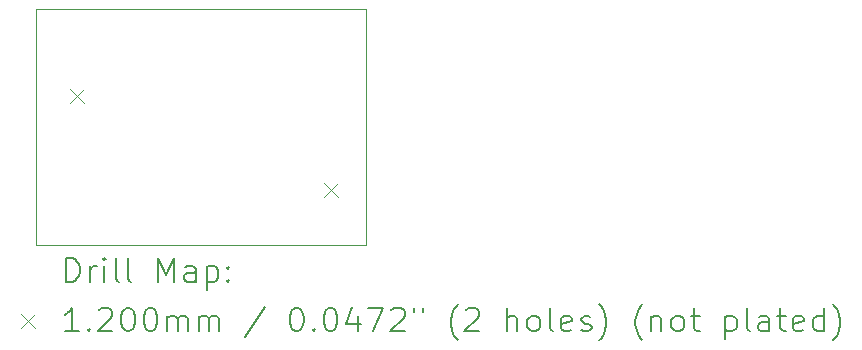
<source format=gbr>
%TF.GenerationSoftware,KiCad,Pcbnew,9.0.4*%
%TF.CreationDate,2025-12-21T16:37:19-05:00*%
%TF.ProjectId,TC_shuwen,54435f73-6875-4776-956e-2e6b69636164,rev?*%
%TF.SameCoordinates,Original*%
%TF.FileFunction,Drillmap*%
%TF.FilePolarity,Positive*%
%FSLAX45Y45*%
G04 Gerber Fmt 4.5, Leading zero omitted, Abs format (unit mm)*
G04 Created by KiCad (PCBNEW 9.0.4) date 2025-12-21 16:37:19*
%MOMM*%
%LPD*%
G01*
G04 APERTURE LIST*
%ADD10C,0.050000*%
%ADD11C,0.200000*%
%ADD12C,0.120000*%
G04 APERTURE END LIST*
D10*
X11900000Y-8900000D02*
X11900000Y-6900000D01*
X14700000Y-8900000D02*
X14700000Y-6900000D01*
X14700000Y-6900000D02*
X11900000Y-6900000D01*
X14700000Y-8900000D02*
X11900000Y-8900000D01*
D11*
D12*
X12190000Y-7580000D02*
X12310000Y-7700000D01*
X12310000Y-7580000D02*
X12190000Y-7700000D01*
X14340000Y-8375000D02*
X14460000Y-8495000D01*
X14460000Y-8375000D02*
X14340000Y-8495000D01*
D11*
X12158277Y-9213984D02*
X12158277Y-9013984D01*
X12158277Y-9013984D02*
X12205896Y-9013984D01*
X12205896Y-9013984D02*
X12234467Y-9023508D01*
X12234467Y-9023508D02*
X12253515Y-9042555D01*
X12253515Y-9042555D02*
X12263039Y-9061603D01*
X12263039Y-9061603D02*
X12272562Y-9099698D01*
X12272562Y-9099698D02*
X12272562Y-9128270D01*
X12272562Y-9128270D02*
X12263039Y-9166365D01*
X12263039Y-9166365D02*
X12253515Y-9185412D01*
X12253515Y-9185412D02*
X12234467Y-9204460D01*
X12234467Y-9204460D02*
X12205896Y-9213984D01*
X12205896Y-9213984D02*
X12158277Y-9213984D01*
X12358277Y-9213984D02*
X12358277Y-9080650D01*
X12358277Y-9118746D02*
X12367801Y-9099698D01*
X12367801Y-9099698D02*
X12377324Y-9090174D01*
X12377324Y-9090174D02*
X12396372Y-9080650D01*
X12396372Y-9080650D02*
X12415420Y-9080650D01*
X12482086Y-9213984D02*
X12482086Y-9080650D01*
X12482086Y-9013984D02*
X12472562Y-9023508D01*
X12472562Y-9023508D02*
X12482086Y-9033031D01*
X12482086Y-9033031D02*
X12491610Y-9023508D01*
X12491610Y-9023508D02*
X12482086Y-9013984D01*
X12482086Y-9013984D02*
X12482086Y-9033031D01*
X12605896Y-9213984D02*
X12586848Y-9204460D01*
X12586848Y-9204460D02*
X12577324Y-9185412D01*
X12577324Y-9185412D02*
X12577324Y-9013984D01*
X12710658Y-9213984D02*
X12691610Y-9204460D01*
X12691610Y-9204460D02*
X12682086Y-9185412D01*
X12682086Y-9185412D02*
X12682086Y-9013984D01*
X12939229Y-9213984D02*
X12939229Y-9013984D01*
X12939229Y-9013984D02*
X13005896Y-9156841D01*
X13005896Y-9156841D02*
X13072562Y-9013984D01*
X13072562Y-9013984D02*
X13072562Y-9213984D01*
X13253515Y-9213984D02*
X13253515Y-9109222D01*
X13253515Y-9109222D02*
X13243991Y-9090174D01*
X13243991Y-9090174D02*
X13224943Y-9080650D01*
X13224943Y-9080650D02*
X13186848Y-9080650D01*
X13186848Y-9080650D02*
X13167801Y-9090174D01*
X13253515Y-9204460D02*
X13234467Y-9213984D01*
X13234467Y-9213984D02*
X13186848Y-9213984D01*
X13186848Y-9213984D02*
X13167801Y-9204460D01*
X13167801Y-9204460D02*
X13158277Y-9185412D01*
X13158277Y-9185412D02*
X13158277Y-9166365D01*
X13158277Y-9166365D02*
X13167801Y-9147317D01*
X13167801Y-9147317D02*
X13186848Y-9137793D01*
X13186848Y-9137793D02*
X13234467Y-9137793D01*
X13234467Y-9137793D02*
X13253515Y-9128270D01*
X13348753Y-9080650D02*
X13348753Y-9280650D01*
X13348753Y-9090174D02*
X13367801Y-9080650D01*
X13367801Y-9080650D02*
X13405896Y-9080650D01*
X13405896Y-9080650D02*
X13424943Y-9090174D01*
X13424943Y-9090174D02*
X13434467Y-9099698D01*
X13434467Y-9099698D02*
X13443991Y-9118746D01*
X13443991Y-9118746D02*
X13443991Y-9175889D01*
X13443991Y-9175889D02*
X13434467Y-9194936D01*
X13434467Y-9194936D02*
X13424943Y-9204460D01*
X13424943Y-9204460D02*
X13405896Y-9213984D01*
X13405896Y-9213984D02*
X13367801Y-9213984D01*
X13367801Y-9213984D02*
X13348753Y-9204460D01*
X13529705Y-9194936D02*
X13539229Y-9204460D01*
X13539229Y-9204460D02*
X13529705Y-9213984D01*
X13529705Y-9213984D02*
X13520182Y-9204460D01*
X13520182Y-9204460D02*
X13529705Y-9194936D01*
X13529705Y-9194936D02*
X13529705Y-9213984D01*
X13529705Y-9090174D02*
X13539229Y-9099698D01*
X13539229Y-9099698D02*
X13529705Y-9109222D01*
X13529705Y-9109222D02*
X13520182Y-9099698D01*
X13520182Y-9099698D02*
X13529705Y-9090174D01*
X13529705Y-9090174D02*
X13529705Y-9109222D01*
D12*
X11777500Y-9482500D02*
X11897500Y-9602500D01*
X11897500Y-9482500D02*
X11777500Y-9602500D01*
D11*
X12263039Y-9633984D02*
X12148753Y-9633984D01*
X12205896Y-9633984D02*
X12205896Y-9433984D01*
X12205896Y-9433984D02*
X12186848Y-9462555D01*
X12186848Y-9462555D02*
X12167801Y-9481603D01*
X12167801Y-9481603D02*
X12148753Y-9491127D01*
X12348753Y-9614936D02*
X12358277Y-9624460D01*
X12358277Y-9624460D02*
X12348753Y-9633984D01*
X12348753Y-9633984D02*
X12339229Y-9624460D01*
X12339229Y-9624460D02*
X12348753Y-9614936D01*
X12348753Y-9614936D02*
X12348753Y-9633984D01*
X12434467Y-9453031D02*
X12443991Y-9443508D01*
X12443991Y-9443508D02*
X12463039Y-9433984D01*
X12463039Y-9433984D02*
X12510658Y-9433984D01*
X12510658Y-9433984D02*
X12529705Y-9443508D01*
X12529705Y-9443508D02*
X12539229Y-9453031D01*
X12539229Y-9453031D02*
X12548753Y-9472079D01*
X12548753Y-9472079D02*
X12548753Y-9491127D01*
X12548753Y-9491127D02*
X12539229Y-9519698D01*
X12539229Y-9519698D02*
X12424943Y-9633984D01*
X12424943Y-9633984D02*
X12548753Y-9633984D01*
X12672562Y-9433984D02*
X12691610Y-9433984D01*
X12691610Y-9433984D02*
X12710658Y-9443508D01*
X12710658Y-9443508D02*
X12720182Y-9453031D01*
X12720182Y-9453031D02*
X12729705Y-9472079D01*
X12729705Y-9472079D02*
X12739229Y-9510174D01*
X12739229Y-9510174D02*
X12739229Y-9557793D01*
X12739229Y-9557793D02*
X12729705Y-9595889D01*
X12729705Y-9595889D02*
X12720182Y-9614936D01*
X12720182Y-9614936D02*
X12710658Y-9624460D01*
X12710658Y-9624460D02*
X12691610Y-9633984D01*
X12691610Y-9633984D02*
X12672562Y-9633984D01*
X12672562Y-9633984D02*
X12653515Y-9624460D01*
X12653515Y-9624460D02*
X12643991Y-9614936D01*
X12643991Y-9614936D02*
X12634467Y-9595889D01*
X12634467Y-9595889D02*
X12624943Y-9557793D01*
X12624943Y-9557793D02*
X12624943Y-9510174D01*
X12624943Y-9510174D02*
X12634467Y-9472079D01*
X12634467Y-9472079D02*
X12643991Y-9453031D01*
X12643991Y-9453031D02*
X12653515Y-9443508D01*
X12653515Y-9443508D02*
X12672562Y-9433984D01*
X12863039Y-9433984D02*
X12882086Y-9433984D01*
X12882086Y-9433984D02*
X12901134Y-9443508D01*
X12901134Y-9443508D02*
X12910658Y-9453031D01*
X12910658Y-9453031D02*
X12920182Y-9472079D01*
X12920182Y-9472079D02*
X12929705Y-9510174D01*
X12929705Y-9510174D02*
X12929705Y-9557793D01*
X12929705Y-9557793D02*
X12920182Y-9595889D01*
X12920182Y-9595889D02*
X12910658Y-9614936D01*
X12910658Y-9614936D02*
X12901134Y-9624460D01*
X12901134Y-9624460D02*
X12882086Y-9633984D01*
X12882086Y-9633984D02*
X12863039Y-9633984D01*
X12863039Y-9633984D02*
X12843991Y-9624460D01*
X12843991Y-9624460D02*
X12834467Y-9614936D01*
X12834467Y-9614936D02*
X12824943Y-9595889D01*
X12824943Y-9595889D02*
X12815420Y-9557793D01*
X12815420Y-9557793D02*
X12815420Y-9510174D01*
X12815420Y-9510174D02*
X12824943Y-9472079D01*
X12824943Y-9472079D02*
X12834467Y-9453031D01*
X12834467Y-9453031D02*
X12843991Y-9443508D01*
X12843991Y-9443508D02*
X12863039Y-9433984D01*
X13015420Y-9633984D02*
X13015420Y-9500650D01*
X13015420Y-9519698D02*
X13024943Y-9510174D01*
X13024943Y-9510174D02*
X13043991Y-9500650D01*
X13043991Y-9500650D02*
X13072563Y-9500650D01*
X13072563Y-9500650D02*
X13091610Y-9510174D01*
X13091610Y-9510174D02*
X13101134Y-9529222D01*
X13101134Y-9529222D02*
X13101134Y-9633984D01*
X13101134Y-9529222D02*
X13110658Y-9510174D01*
X13110658Y-9510174D02*
X13129705Y-9500650D01*
X13129705Y-9500650D02*
X13158277Y-9500650D01*
X13158277Y-9500650D02*
X13177324Y-9510174D01*
X13177324Y-9510174D02*
X13186848Y-9529222D01*
X13186848Y-9529222D02*
X13186848Y-9633984D01*
X13282086Y-9633984D02*
X13282086Y-9500650D01*
X13282086Y-9519698D02*
X13291610Y-9510174D01*
X13291610Y-9510174D02*
X13310658Y-9500650D01*
X13310658Y-9500650D02*
X13339229Y-9500650D01*
X13339229Y-9500650D02*
X13358277Y-9510174D01*
X13358277Y-9510174D02*
X13367801Y-9529222D01*
X13367801Y-9529222D02*
X13367801Y-9633984D01*
X13367801Y-9529222D02*
X13377324Y-9510174D01*
X13377324Y-9510174D02*
X13396372Y-9500650D01*
X13396372Y-9500650D02*
X13424943Y-9500650D01*
X13424943Y-9500650D02*
X13443991Y-9510174D01*
X13443991Y-9510174D02*
X13453515Y-9529222D01*
X13453515Y-9529222D02*
X13453515Y-9633984D01*
X13843991Y-9424460D02*
X13672563Y-9681603D01*
X14101134Y-9433984D02*
X14120182Y-9433984D01*
X14120182Y-9433984D02*
X14139229Y-9443508D01*
X14139229Y-9443508D02*
X14148753Y-9453031D01*
X14148753Y-9453031D02*
X14158277Y-9472079D01*
X14158277Y-9472079D02*
X14167801Y-9510174D01*
X14167801Y-9510174D02*
X14167801Y-9557793D01*
X14167801Y-9557793D02*
X14158277Y-9595889D01*
X14158277Y-9595889D02*
X14148753Y-9614936D01*
X14148753Y-9614936D02*
X14139229Y-9624460D01*
X14139229Y-9624460D02*
X14120182Y-9633984D01*
X14120182Y-9633984D02*
X14101134Y-9633984D01*
X14101134Y-9633984D02*
X14082086Y-9624460D01*
X14082086Y-9624460D02*
X14072563Y-9614936D01*
X14072563Y-9614936D02*
X14063039Y-9595889D01*
X14063039Y-9595889D02*
X14053515Y-9557793D01*
X14053515Y-9557793D02*
X14053515Y-9510174D01*
X14053515Y-9510174D02*
X14063039Y-9472079D01*
X14063039Y-9472079D02*
X14072563Y-9453031D01*
X14072563Y-9453031D02*
X14082086Y-9443508D01*
X14082086Y-9443508D02*
X14101134Y-9433984D01*
X14253515Y-9614936D02*
X14263039Y-9624460D01*
X14263039Y-9624460D02*
X14253515Y-9633984D01*
X14253515Y-9633984D02*
X14243991Y-9624460D01*
X14243991Y-9624460D02*
X14253515Y-9614936D01*
X14253515Y-9614936D02*
X14253515Y-9633984D01*
X14386848Y-9433984D02*
X14405896Y-9433984D01*
X14405896Y-9433984D02*
X14424944Y-9443508D01*
X14424944Y-9443508D02*
X14434467Y-9453031D01*
X14434467Y-9453031D02*
X14443991Y-9472079D01*
X14443991Y-9472079D02*
X14453515Y-9510174D01*
X14453515Y-9510174D02*
X14453515Y-9557793D01*
X14453515Y-9557793D02*
X14443991Y-9595889D01*
X14443991Y-9595889D02*
X14434467Y-9614936D01*
X14434467Y-9614936D02*
X14424944Y-9624460D01*
X14424944Y-9624460D02*
X14405896Y-9633984D01*
X14405896Y-9633984D02*
X14386848Y-9633984D01*
X14386848Y-9633984D02*
X14367801Y-9624460D01*
X14367801Y-9624460D02*
X14358277Y-9614936D01*
X14358277Y-9614936D02*
X14348753Y-9595889D01*
X14348753Y-9595889D02*
X14339229Y-9557793D01*
X14339229Y-9557793D02*
X14339229Y-9510174D01*
X14339229Y-9510174D02*
X14348753Y-9472079D01*
X14348753Y-9472079D02*
X14358277Y-9453031D01*
X14358277Y-9453031D02*
X14367801Y-9443508D01*
X14367801Y-9443508D02*
X14386848Y-9433984D01*
X14624944Y-9500650D02*
X14624944Y-9633984D01*
X14577325Y-9424460D02*
X14529706Y-9567317D01*
X14529706Y-9567317D02*
X14653515Y-9567317D01*
X14710658Y-9433984D02*
X14843991Y-9433984D01*
X14843991Y-9433984D02*
X14758277Y-9633984D01*
X14910658Y-9453031D02*
X14920182Y-9443508D01*
X14920182Y-9443508D02*
X14939229Y-9433984D01*
X14939229Y-9433984D02*
X14986848Y-9433984D01*
X14986848Y-9433984D02*
X15005896Y-9443508D01*
X15005896Y-9443508D02*
X15015420Y-9453031D01*
X15015420Y-9453031D02*
X15024944Y-9472079D01*
X15024944Y-9472079D02*
X15024944Y-9491127D01*
X15024944Y-9491127D02*
X15015420Y-9519698D01*
X15015420Y-9519698D02*
X14901134Y-9633984D01*
X14901134Y-9633984D02*
X15024944Y-9633984D01*
X15101134Y-9433984D02*
X15101134Y-9472079D01*
X15177325Y-9433984D02*
X15177325Y-9472079D01*
X15472563Y-9710174D02*
X15463039Y-9700650D01*
X15463039Y-9700650D02*
X15443991Y-9672079D01*
X15443991Y-9672079D02*
X15434468Y-9653031D01*
X15434468Y-9653031D02*
X15424944Y-9624460D01*
X15424944Y-9624460D02*
X15415420Y-9576841D01*
X15415420Y-9576841D02*
X15415420Y-9538746D01*
X15415420Y-9538746D02*
X15424944Y-9491127D01*
X15424944Y-9491127D02*
X15434468Y-9462555D01*
X15434468Y-9462555D02*
X15443991Y-9443508D01*
X15443991Y-9443508D02*
X15463039Y-9414936D01*
X15463039Y-9414936D02*
X15472563Y-9405412D01*
X15539229Y-9453031D02*
X15548753Y-9443508D01*
X15548753Y-9443508D02*
X15567801Y-9433984D01*
X15567801Y-9433984D02*
X15615420Y-9433984D01*
X15615420Y-9433984D02*
X15634468Y-9443508D01*
X15634468Y-9443508D02*
X15643991Y-9453031D01*
X15643991Y-9453031D02*
X15653515Y-9472079D01*
X15653515Y-9472079D02*
X15653515Y-9491127D01*
X15653515Y-9491127D02*
X15643991Y-9519698D01*
X15643991Y-9519698D02*
X15529706Y-9633984D01*
X15529706Y-9633984D02*
X15653515Y-9633984D01*
X15891610Y-9633984D02*
X15891610Y-9433984D01*
X15977325Y-9633984D02*
X15977325Y-9529222D01*
X15977325Y-9529222D02*
X15967801Y-9510174D01*
X15967801Y-9510174D02*
X15948753Y-9500650D01*
X15948753Y-9500650D02*
X15920182Y-9500650D01*
X15920182Y-9500650D02*
X15901134Y-9510174D01*
X15901134Y-9510174D02*
X15891610Y-9519698D01*
X16101134Y-9633984D02*
X16082087Y-9624460D01*
X16082087Y-9624460D02*
X16072563Y-9614936D01*
X16072563Y-9614936D02*
X16063039Y-9595889D01*
X16063039Y-9595889D02*
X16063039Y-9538746D01*
X16063039Y-9538746D02*
X16072563Y-9519698D01*
X16072563Y-9519698D02*
X16082087Y-9510174D01*
X16082087Y-9510174D02*
X16101134Y-9500650D01*
X16101134Y-9500650D02*
X16129706Y-9500650D01*
X16129706Y-9500650D02*
X16148753Y-9510174D01*
X16148753Y-9510174D02*
X16158277Y-9519698D01*
X16158277Y-9519698D02*
X16167801Y-9538746D01*
X16167801Y-9538746D02*
X16167801Y-9595889D01*
X16167801Y-9595889D02*
X16158277Y-9614936D01*
X16158277Y-9614936D02*
X16148753Y-9624460D01*
X16148753Y-9624460D02*
X16129706Y-9633984D01*
X16129706Y-9633984D02*
X16101134Y-9633984D01*
X16282087Y-9633984D02*
X16263039Y-9624460D01*
X16263039Y-9624460D02*
X16253515Y-9605412D01*
X16253515Y-9605412D02*
X16253515Y-9433984D01*
X16434468Y-9624460D02*
X16415420Y-9633984D01*
X16415420Y-9633984D02*
X16377325Y-9633984D01*
X16377325Y-9633984D02*
X16358277Y-9624460D01*
X16358277Y-9624460D02*
X16348753Y-9605412D01*
X16348753Y-9605412D02*
X16348753Y-9529222D01*
X16348753Y-9529222D02*
X16358277Y-9510174D01*
X16358277Y-9510174D02*
X16377325Y-9500650D01*
X16377325Y-9500650D02*
X16415420Y-9500650D01*
X16415420Y-9500650D02*
X16434468Y-9510174D01*
X16434468Y-9510174D02*
X16443991Y-9529222D01*
X16443991Y-9529222D02*
X16443991Y-9548270D01*
X16443991Y-9548270D02*
X16348753Y-9567317D01*
X16520182Y-9624460D02*
X16539230Y-9633984D01*
X16539230Y-9633984D02*
X16577325Y-9633984D01*
X16577325Y-9633984D02*
X16596372Y-9624460D01*
X16596372Y-9624460D02*
X16605896Y-9605412D01*
X16605896Y-9605412D02*
X16605896Y-9595889D01*
X16605896Y-9595889D02*
X16596372Y-9576841D01*
X16596372Y-9576841D02*
X16577325Y-9567317D01*
X16577325Y-9567317D02*
X16548753Y-9567317D01*
X16548753Y-9567317D02*
X16529706Y-9557793D01*
X16529706Y-9557793D02*
X16520182Y-9538746D01*
X16520182Y-9538746D02*
X16520182Y-9529222D01*
X16520182Y-9529222D02*
X16529706Y-9510174D01*
X16529706Y-9510174D02*
X16548753Y-9500650D01*
X16548753Y-9500650D02*
X16577325Y-9500650D01*
X16577325Y-9500650D02*
X16596372Y-9510174D01*
X16672563Y-9710174D02*
X16682087Y-9700650D01*
X16682087Y-9700650D02*
X16701134Y-9672079D01*
X16701134Y-9672079D02*
X16710658Y-9653031D01*
X16710658Y-9653031D02*
X16720182Y-9624460D01*
X16720182Y-9624460D02*
X16729706Y-9576841D01*
X16729706Y-9576841D02*
X16729706Y-9538746D01*
X16729706Y-9538746D02*
X16720182Y-9491127D01*
X16720182Y-9491127D02*
X16710658Y-9462555D01*
X16710658Y-9462555D02*
X16701134Y-9443508D01*
X16701134Y-9443508D02*
X16682087Y-9414936D01*
X16682087Y-9414936D02*
X16672563Y-9405412D01*
X17034468Y-9710174D02*
X17024944Y-9700650D01*
X17024944Y-9700650D02*
X17005896Y-9672079D01*
X17005896Y-9672079D02*
X16996373Y-9653031D01*
X16996373Y-9653031D02*
X16986849Y-9624460D01*
X16986849Y-9624460D02*
X16977325Y-9576841D01*
X16977325Y-9576841D02*
X16977325Y-9538746D01*
X16977325Y-9538746D02*
X16986849Y-9491127D01*
X16986849Y-9491127D02*
X16996373Y-9462555D01*
X16996373Y-9462555D02*
X17005896Y-9443508D01*
X17005896Y-9443508D02*
X17024944Y-9414936D01*
X17024944Y-9414936D02*
X17034468Y-9405412D01*
X17110658Y-9500650D02*
X17110658Y-9633984D01*
X17110658Y-9519698D02*
X17120182Y-9510174D01*
X17120182Y-9510174D02*
X17139230Y-9500650D01*
X17139230Y-9500650D02*
X17167801Y-9500650D01*
X17167801Y-9500650D02*
X17186849Y-9510174D01*
X17186849Y-9510174D02*
X17196373Y-9529222D01*
X17196373Y-9529222D02*
X17196373Y-9633984D01*
X17320182Y-9633984D02*
X17301134Y-9624460D01*
X17301134Y-9624460D02*
X17291611Y-9614936D01*
X17291611Y-9614936D02*
X17282087Y-9595889D01*
X17282087Y-9595889D02*
X17282087Y-9538746D01*
X17282087Y-9538746D02*
X17291611Y-9519698D01*
X17291611Y-9519698D02*
X17301134Y-9510174D01*
X17301134Y-9510174D02*
X17320182Y-9500650D01*
X17320182Y-9500650D02*
X17348754Y-9500650D01*
X17348754Y-9500650D02*
X17367801Y-9510174D01*
X17367801Y-9510174D02*
X17377325Y-9519698D01*
X17377325Y-9519698D02*
X17386849Y-9538746D01*
X17386849Y-9538746D02*
X17386849Y-9595889D01*
X17386849Y-9595889D02*
X17377325Y-9614936D01*
X17377325Y-9614936D02*
X17367801Y-9624460D01*
X17367801Y-9624460D02*
X17348754Y-9633984D01*
X17348754Y-9633984D02*
X17320182Y-9633984D01*
X17443992Y-9500650D02*
X17520182Y-9500650D01*
X17472563Y-9433984D02*
X17472563Y-9605412D01*
X17472563Y-9605412D02*
X17482087Y-9624460D01*
X17482087Y-9624460D02*
X17501134Y-9633984D01*
X17501134Y-9633984D02*
X17520182Y-9633984D01*
X17739230Y-9500650D02*
X17739230Y-9700650D01*
X17739230Y-9510174D02*
X17758277Y-9500650D01*
X17758277Y-9500650D02*
X17796373Y-9500650D01*
X17796373Y-9500650D02*
X17815420Y-9510174D01*
X17815420Y-9510174D02*
X17824944Y-9519698D01*
X17824944Y-9519698D02*
X17834468Y-9538746D01*
X17834468Y-9538746D02*
X17834468Y-9595889D01*
X17834468Y-9595889D02*
X17824944Y-9614936D01*
X17824944Y-9614936D02*
X17815420Y-9624460D01*
X17815420Y-9624460D02*
X17796373Y-9633984D01*
X17796373Y-9633984D02*
X17758277Y-9633984D01*
X17758277Y-9633984D02*
X17739230Y-9624460D01*
X17948754Y-9633984D02*
X17929706Y-9624460D01*
X17929706Y-9624460D02*
X17920182Y-9605412D01*
X17920182Y-9605412D02*
X17920182Y-9433984D01*
X18110658Y-9633984D02*
X18110658Y-9529222D01*
X18110658Y-9529222D02*
X18101135Y-9510174D01*
X18101135Y-9510174D02*
X18082087Y-9500650D01*
X18082087Y-9500650D02*
X18043992Y-9500650D01*
X18043992Y-9500650D02*
X18024944Y-9510174D01*
X18110658Y-9624460D02*
X18091611Y-9633984D01*
X18091611Y-9633984D02*
X18043992Y-9633984D01*
X18043992Y-9633984D02*
X18024944Y-9624460D01*
X18024944Y-9624460D02*
X18015420Y-9605412D01*
X18015420Y-9605412D02*
X18015420Y-9586365D01*
X18015420Y-9586365D02*
X18024944Y-9567317D01*
X18024944Y-9567317D02*
X18043992Y-9557793D01*
X18043992Y-9557793D02*
X18091611Y-9557793D01*
X18091611Y-9557793D02*
X18110658Y-9548270D01*
X18177325Y-9500650D02*
X18253515Y-9500650D01*
X18205896Y-9433984D02*
X18205896Y-9605412D01*
X18205896Y-9605412D02*
X18215420Y-9624460D01*
X18215420Y-9624460D02*
X18234468Y-9633984D01*
X18234468Y-9633984D02*
X18253515Y-9633984D01*
X18396373Y-9624460D02*
X18377325Y-9633984D01*
X18377325Y-9633984D02*
X18339230Y-9633984D01*
X18339230Y-9633984D02*
X18320182Y-9624460D01*
X18320182Y-9624460D02*
X18310658Y-9605412D01*
X18310658Y-9605412D02*
X18310658Y-9529222D01*
X18310658Y-9529222D02*
X18320182Y-9510174D01*
X18320182Y-9510174D02*
X18339230Y-9500650D01*
X18339230Y-9500650D02*
X18377325Y-9500650D01*
X18377325Y-9500650D02*
X18396373Y-9510174D01*
X18396373Y-9510174D02*
X18405896Y-9529222D01*
X18405896Y-9529222D02*
X18405896Y-9548270D01*
X18405896Y-9548270D02*
X18310658Y-9567317D01*
X18577325Y-9633984D02*
X18577325Y-9433984D01*
X18577325Y-9624460D02*
X18558277Y-9633984D01*
X18558277Y-9633984D02*
X18520182Y-9633984D01*
X18520182Y-9633984D02*
X18501135Y-9624460D01*
X18501135Y-9624460D02*
X18491611Y-9614936D01*
X18491611Y-9614936D02*
X18482087Y-9595889D01*
X18482087Y-9595889D02*
X18482087Y-9538746D01*
X18482087Y-9538746D02*
X18491611Y-9519698D01*
X18491611Y-9519698D02*
X18501135Y-9510174D01*
X18501135Y-9510174D02*
X18520182Y-9500650D01*
X18520182Y-9500650D02*
X18558277Y-9500650D01*
X18558277Y-9500650D02*
X18577325Y-9510174D01*
X18653516Y-9710174D02*
X18663039Y-9700650D01*
X18663039Y-9700650D02*
X18682087Y-9672079D01*
X18682087Y-9672079D02*
X18691611Y-9653031D01*
X18691611Y-9653031D02*
X18701135Y-9624460D01*
X18701135Y-9624460D02*
X18710658Y-9576841D01*
X18710658Y-9576841D02*
X18710658Y-9538746D01*
X18710658Y-9538746D02*
X18701135Y-9491127D01*
X18701135Y-9491127D02*
X18691611Y-9462555D01*
X18691611Y-9462555D02*
X18682087Y-9443508D01*
X18682087Y-9443508D02*
X18663039Y-9414936D01*
X18663039Y-9414936D02*
X18653516Y-9405412D01*
M02*

</source>
